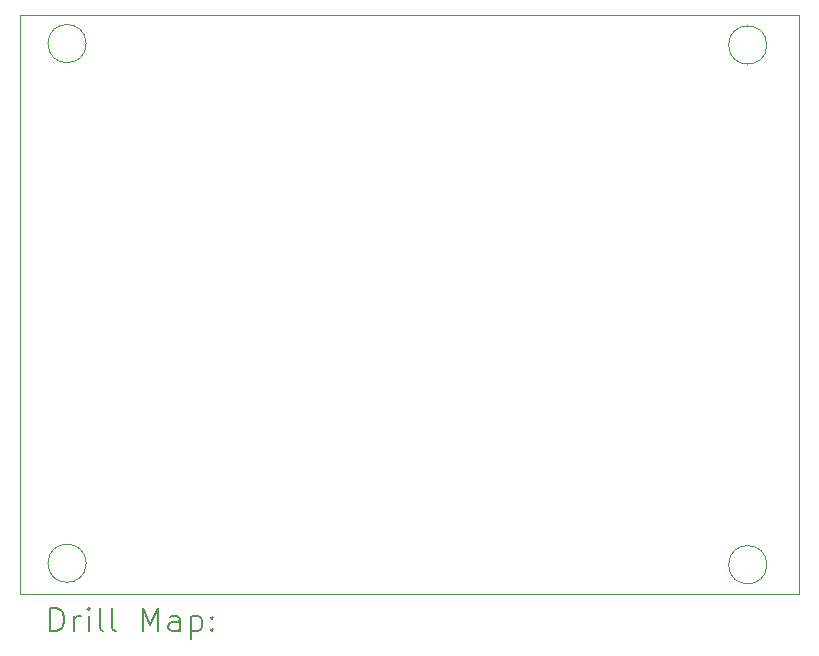
<source format=gbr>
%TF.GenerationSoftware,KiCad,Pcbnew,9.0.2*%
%TF.CreationDate,2025-07-30T12:21:52-07:00*%
%TF.ProjectId,fsrPrototype3,66737250-726f-4746-9f74-797065332e6b,rev?*%
%TF.SameCoordinates,Original*%
%TF.FileFunction,Drillmap*%
%TF.FilePolarity,Positive*%
%FSLAX45Y45*%
G04 Gerber Fmt 4.5, Leading zero omitted, Abs format (unit mm)*
G04 Created by KiCad (PCBNEW 9.0.2) date 2025-07-30 12:21:52*
%MOMM*%
%LPD*%
G01*
G04 APERTURE LIST*
%ADD10C,0.050000*%
%ADD11C,0.200000*%
G04 APERTURE END LIST*
D10*
X14225000Y-4250000D02*
G75*
G02*
X13901270Y-4250000I-161865J0D01*
G01*
X13901270Y-4250000D02*
G75*
G02*
X14225000Y-4250000I161865J0D01*
G01*
X7900000Y-8900000D02*
X14500000Y-8900000D01*
X7900000Y-4000000D02*
X7900000Y-8900000D01*
X8461865Y-8638135D02*
G75*
G02*
X8138135Y-8638135I-161865J0D01*
G01*
X8138135Y-8638135D02*
G75*
G02*
X8461865Y-8638135I161865J0D01*
G01*
X14500000Y-4000000D02*
X7900000Y-4000000D01*
X14225000Y-8650000D02*
G75*
G02*
X13901270Y-8650000I-161865J0D01*
G01*
X13901270Y-8650000D02*
G75*
G02*
X14225000Y-8650000I161865J0D01*
G01*
X8461865Y-4238135D02*
G75*
G02*
X8138135Y-4238135I-161865J0D01*
G01*
X8138135Y-4238135D02*
G75*
G02*
X8461865Y-4238135I161865J0D01*
G01*
X14500000Y-8900000D02*
X14500000Y-4000000D01*
D11*
X8158277Y-9213984D02*
X8158277Y-9013984D01*
X8158277Y-9013984D02*
X8205896Y-9013984D01*
X8205896Y-9013984D02*
X8234467Y-9023508D01*
X8234467Y-9023508D02*
X8253515Y-9042555D01*
X8253515Y-9042555D02*
X8263039Y-9061603D01*
X8263039Y-9061603D02*
X8272562Y-9099698D01*
X8272562Y-9099698D02*
X8272562Y-9128270D01*
X8272562Y-9128270D02*
X8263039Y-9166365D01*
X8263039Y-9166365D02*
X8253515Y-9185412D01*
X8253515Y-9185412D02*
X8234467Y-9204460D01*
X8234467Y-9204460D02*
X8205896Y-9213984D01*
X8205896Y-9213984D02*
X8158277Y-9213984D01*
X8358277Y-9213984D02*
X8358277Y-9080650D01*
X8358277Y-9118746D02*
X8367801Y-9099698D01*
X8367801Y-9099698D02*
X8377324Y-9090174D01*
X8377324Y-9090174D02*
X8396372Y-9080650D01*
X8396372Y-9080650D02*
X8415420Y-9080650D01*
X8482086Y-9213984D02*
X8482086Y-9080650D01*
X8482086Y-9013984D02*
X8472563Y-9023508D01*
X8472563Y-9023508D02*
X8482086Y-9033031D01*
X8482086Y-9033031D02*
X8491610Y-9023508D01*
X8491610Y-9023508D02*
X8482086Y-9013984D01*
X8482086Y-9013984D02*
X8482086Y-9033031D01*
X8605896Y-9213984D02*
X8586848Y-9204460D01*
X8586848Y-9204460D02*
X8577324Y-9185412D01*
X8577324Y-9185412D02*
X8577324Y-9013984D01*
X8710658Y-9213984D02*
X8691610Y-9204460D01*
X8691610Y-9204460D02*
X8682086Y-9185412D01*
X8682086Y-9185412D02*
X8682086Y-9013984D01*
X8939229Y-9213984D02*
X8939229Y-9013984D01*
X8939229Y-9013984D02*
X9005896Y-9156841D01*
X9005896Y-9156841D02*
X9072563Y-9013984D01*
X9072563Y-9013984D02*
X9072563Y-9213984D01*
X9253515Y-9213984D02*
X9253515Y-9109222D01*
X9253515Y-9109222D02*
X9243991Y-9090174D01*
X9243991Y-9090174D02*
X9224944Y-9080650D01*
X9224944Y-9080650D02*
X9186848Y-9080650D01*
X9186848Y-9080650D02*
X9167801Y-9090174D01*
X9253515Y-9204460D02*
X9234467Y-9213984D01*
X9234467Y-9213984D02*
X9186848Y-9213984D01*
X9186848Y-9213984D02*
X9167801Y-9204460D01*
X9167801Y-9204460D02*
X9158277Y-9185412D01*
X9158277Y-9185412D02*
X9158277Y-9166365D01*
X9158277Y-9166365D02*
X9167801Y-9147317D01*
X9167801Y-9147317D02*
X9186848Y-9137793D01*
X9186848Y-9137793D02*
X9234467Y-9137793D01*
X9234467Y-9137793D02*
X9253515Y-9128270D01*
X9348753Y-9080650D02*
X9348753Y-9280650D01*
X9348753Y-9090174D02*
X9367801Y-9080650D01*
X9367801Y-9080650D02*
X9405896Y-9080650D01*
X9405896Y-9080650D02*
X9424944Y-9090174D01*
X9424944Y-9090174D02*
X9434467Y-9099698D01*
X9434467Y-9099698D02*
X9443991Y-9118746D01*
X9443991Y-9118746D02*
X9443991Y-9175889D01*
X9443991Y-9175889D02*
X9434467Y-9194936D01*
X9434467Y-9194936D02*
X9424944Y-9204460D01*
X9424944Y-9204460D02*
X9405896Y-9213984D01*
X9405896Y-9213984D02*
X9367801Y-9213984D01*
X9367801Y-9213984D02*
X9348753Y-9204460D01*
X9529705Y-9194936D02*
X9539229Y-9204460D01*
X9539229Y-9204460D02*
X9529705Y-9213984D01*
X9529705Y-9213984D02*
X9520182Y-9204460D01*
X9520182Y-9204460D02*
X9529705Y-9194936D01*
X9529705Y-9194936D02*
X9529705Y-9213984D01*
X9529705Y-9090174D02*
X9539229Y-9099698D01*
X9539229Y-9099698D02*
X9529705Y-9109222D01*
X9529705Y-9109222D02*
X9520182Y-9099698D01*
X9520182Y-9099698D02*
X9529705Y-9090174D01*
X9529705Y-9090174D02*
X9529705Y-9109222D01*
M02*

</source>
